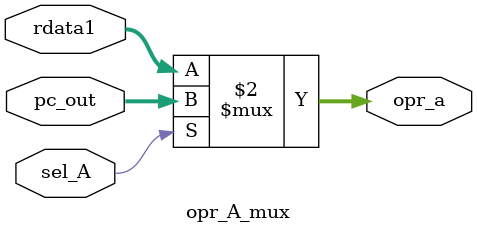
<source format=sv>
`timescale 1ns / 1ps


module opr_A_mux (
    input logic [31:0] pc_out,
    input logic sel_A,
    input logic [31:0] rdata1,
    output logic [31:0] opr_a
);

  always_comb begin
    opr_a = sel_A ? pc_out : rdata1;
  end


endmodule
</source>
